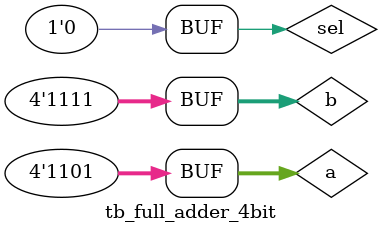
<source format=v>
`timescale 1ns/100ps
module tb_full_adder_4bit;


reg [3:0]a,b;
reg sel;

full_adder_4bit FDD1 (.a(a),.b(b),.sel(sel));

initial begin

   $dumpfile("dump.vcd");
   $dumpvars(0, tb_full_adder_4bit);

	a = 4'b0010;
	b = 4'b0100; // 2 + 4 = 6 (0110)
	sel = 1'b0;
	#20
	a = 4'b1100;
	b = 4'b0110; //12 - 6 = 6 (0110)
	sel = 1'b1; // 
	#20
	a = 4'b1101;
	b = 4'b1111; // 15 + 13 = 28 (1_1100)
	sel = 1'b0;
	

	end
endmodule
</source>
